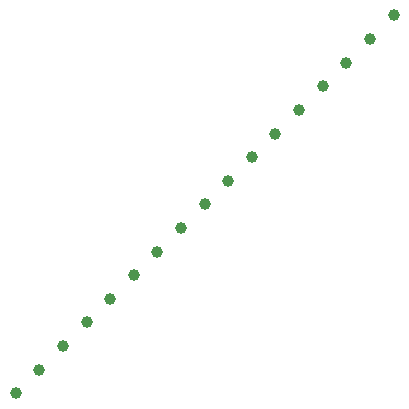
<source format=gbr>
G04 Examples for testing time performance of Gerber parsers*
%FSLAX26Y26*%
%MOMM*%
%ADD10C,1*%
%LPD*%
D10*
X0Y0D03*
X2000000Y2000000D03*
X4000000Y4000000D03*
X6000000Y6000000D03*
X8000000Y8000000D03*
X10000000Y10000000D03*
X12000000Y12000000D03*
X14000000Y14000000D03*
X16000000Y16000000D03*
X18000000Y18000000D03*
X20000000Y20000000D03*
X22000000Y22000000D03*
X24000000Y24000000D03*
X26000000Y26000000D03*
X28000000Y28000000D03*
X30000000Y30000000D03*
X32000000Y32000000D03*
M02*

</source>
